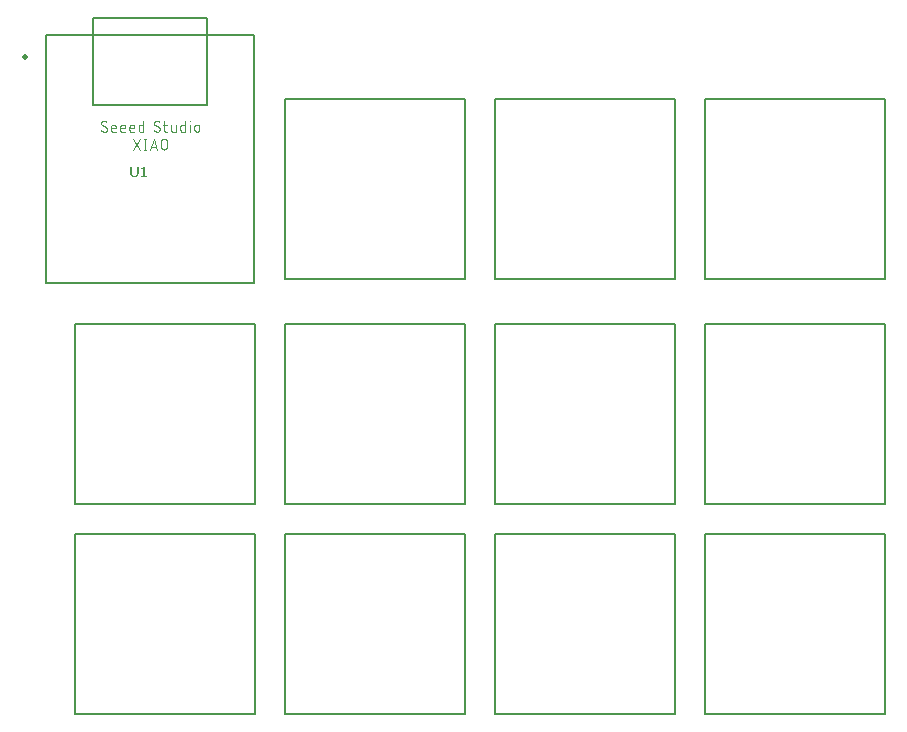
<source format=gbr>
G04 EAGLE Gerber RS-274X export*
G75*
%MOMM*%
%FSLAX34Y34*%
%LPD*%
%INSilkscreen Top*%
%IPPOS*%
%AMOC8*
5,1,8,0,0,1.08239X$1,22.5*%
G01*
G04 Define Apertures*
%ADD10C,0.127000*%
%ADD11C,0.508000*%
%ADD12C,0.076200*%
G36*
X101004Y657737D02*
X100743Y657743D01*
X100490Y657762D01*
X100010Y657834D01*
X99564Y657955D01*
X99152Y658124D01*
X98778Y658339D01*
X98449Y658598D01*
X98165Y658900D01*
X97925Y659246D01*
X97823Y659435D01*
X97734Y659632D01*
X97659Y659838D01*
X97598Y660053D01*
X97550Y660277D01*
X97516Y660509D01*
X97496Y660750D01*
X97489Y661001D01*
X97489Y666503D01*
X98661Y666503D01*
X98661Y661099D01*
X98670Y660812D01*
X98698Y660542D01*
X98745Y660291D01*
X98811Y660058D01*
X98896Y659842D01*
X98999Y659644D01*
X99121Y659464D01*
X99262Y659301D01*
X99421Y659158D01*
X99596Y659033D01*
X99788Y658928D01*
X99996Y658841D01*
X100222Y658774D01*
X100464Y658726D01*
X100722Y658698D01*
X100998Y658688D01*
X101281Y658698D01*
X101548Y658728D01*
X101799Y658777D01*
X102034Y658847D01*
X102252Y658936D01*
X102454Y659045D01*
X102641Y659174D01*
X102810Y659323D01*
X102962Y659491D01*
X103094Y659677D01*
X103205Y659881D01*
X103296Y660104D01*
X103367Y660345D01*
X103417Y660605D01*
X103447Y660882D01*
X103458Y661179D01*
X103458Y666503D01*
X104623Y666503D01*
X104623Y661111D01*
X104616Y660853D01*
X104595Y660605D01*
X104561Y660365D01*
X104512Y660134D01*
X104449Y659913D01*
X104373Y659700D01*
X104283Y659496D01*
X104178Y659301D01*
X103933Y658944D01*
X103642Y658631D01*
X103304Y658362D01*
X102921Y658139D01*
X102496Y657963D01*
X102270Y657894D01*
X102035Y657838D01*
X101791Y657794D01*
X101538Y657762D01*
X101275Y657744D01*
X101004Y657737D01*
G37*
G36*
X111956Y657860D02*
X106539Y657860D01*
X106539Y658799D01*
X108742Y658799D01*
X108742Y665448D01*
X106791Y664055D01*
X106791Y665098D01*
X108834Y666503D01*
X109852Y666503D01*
X109852Y658799D01*
X111956Y658799D01*
X111956Y657860D01*
G37*
D10*
X228600Y533400D02*
X381000Y533400D01*
X381000Y381000D01*
X228600Y381000D01*
X228600Y533400D01*
X406400Y723900D02*
X558800Y723900D01*
X558800Y571500D01*
X406400Y571500D01*
X406400Y723900D01*
X381000Y723900D02*
X228600Y723900D01*
X381000Y723900D02*
X381000Y571500D01*
X228600Y571500D01*
X228600Y723900D01*
X406400Y533400D02*
X558800Y533400D01*
X558800Y381000D01*
X406400Y381000D01*
X406400Y533400D01*
X203200Y533400D02*
X50800Y533400D01*
X203200Y533400D02*
X203200Y381000D01*
X50800Y381000D01*
X50800Y533400D01*
X584200Y355600D02*
X736600Y355600D01*
X736600Y203200D01*
X584200Y203200D01*
X584200Y355600D01*
X558800Y355600D02*
X406400Y355600D01*
X558800Y355600D02*
X558800Y203200D01*
X406400Y203200D01*
X406400Y355600D01*
X381000Y355600D02*
X228600Y355600D01*
X381000Y355600D02*
X381000Y203200D01*
X228600Y203200D01*
X228600Y355600D01*
X203200Y355600D02*
X50800Y355600D01*
X203200Y355600D02*
X203200Y203200D01*
X50800Y203200D01*
X50800Y355600D01*
X584200Y533400D02*
X736600Y533400D01*
X736600Y381000D01*
X584200Y381000D01*
X584200Y533400D01*
X584200Y723900D02*
X736600Y723900D01*
X736600Y571500D01*
X584200Y571500D01*
X584200Y723900D01*
X202300Y568100D02*
X26300Y568100D01*
X202300Y568100D02*
X202300Y778100D01*
X26300Y778100D01*
X26300Y568100D01*
X66300Y792300D02*
X162300Y792300D01*
X162300Y718780D01*
X66300Y718780D01*
X66300Y792300D01*
D11*
X8110Y759710D03*
D12*
X75770Y695981D02*
X75860Y695983D01*
X75949Y695989D01*
X76038Y695999D01*
X76126Y696012D01*
X76214Y696030D01*
X76301Y696051D01*
X76387Y696076D01*
X76472Y696105D01*
X76556Y696137D01*
X76638Y696173D01*
X76718Y696213D01*
X76797Y696256D01*
X76873Y696303D01*
X76948Y696352D01*
X77020Y696405D01*
X77090Y696461D01*
X77157Y696520D01*
X77222Y696582D01*
X77284Y696647D01*
X77343Y696714D01*
X77399Y696784D01*
X77452Y696856D01*
X77501Y696931D01*
X77548Y697008D01*
X77591Y697086D01*
X77631Y697166D01*
X77667Y697248D01*
X77699Y697332D01*
X77728Y697417D01*
X77753Y697503D01*
X77774Y697590D01*
X77792Y697678D01*
X77805Y697766D01*
X77815Y697855D01*
X77821Y697944D01*
X77823Y698034D01*
X75770Y695981D02*
X75643Y695983D01*
X75516Y695988D01*
X75390Y695998D01*
X75264Y696011D01*
X75138Y696027D01*
X75013Y696048D01*
X74888Y696072D01*
X74765Y696099D01*
X74642Y696130D01*
X74520Y696165D01*
X74399Y696203D01*
X74279Y696245D01*
X74161Y696291D01*
X74044Y696339D01*
X73928Y696392D01*
X73814Y696447D01*
X73702Y696506D01*
X73591Y696568D01*
X73482Y696633D01*
X73376Y696702D01*
X73271Y696773D01*
X73168Y696848D01*
X73068Y696926D01*
X72970Y697006D01*
X72874Y697089D01*
X72781Y697175D01*
X72690Y697264D01*
X72947Y703166D02*
X72949Y703256D01*
X72955Y703345D01*
X72965Y703434D01*
X72978Y703523D01*
X72996Y703610D01*
X73017Y703697D01*
X73042Y703783D01*
X73071Y703868D01*
X73103Y703952D01*
X73139Y704034D01*
X73179Y704114D01*
X73222Y704193D01*
X73269Y704269D01*
X73318Y704344D01*
X73371Y704416D01*
X73427Y704486D01*
X73486Y704553D01*
X73548Y704618D01*
X73613Y704680D01*
X73680Y704739D01*
X73750Y704795D01*
X73822Y704848D01*
X73897Y704897D01*
X73974Y704944D01*
X74052Y704987D01*
X74132Y705027D01*
X74214Y705063D01*
X74298Y705095D01*
X74383Y705124D01*
X74469Y705149D01*
X74556Y705170D01*
X74644Y705188D01*
X74732Y705201D01*
X74821Y705211D01*
X74910Y705217D01*
X75000Y705219D01*
X75124Y705217D01*
X75248Y705211D01*
X75371Y705201D01*
X75494Y705187D01*
X75617Y705169D01*
X75738Y705147D01*
X75860Y705122D01*
X75980Y705092D01*
X76099Y705059D01*
X76217Y705021D01*
X76334Y704980D01*
X76449Y704936D01*
X76563Y704887D01*
X76676Y704835D01*
X76786Y704779D01*
X76895Y704720D01*
X77002Y704657D01*
X77107Y704591D01*
X77209Y704522D01*
X77309Y704449D01*
X73973Y701370D02*
X73897Y701417D01*
X73822Y701468D01*
X73750Y701522D01*
X73680Y701579D01*
X73613Y701639D01*
X73548Y701702D01*
X73486Y701767D01*
X73427Y701835D01*
X73371Y701906D01*
X73318Y701979D01*
X73268Y702054D01*
X73222Y702132D01*
X73179Y702211D01*
X73139Y702292D01*
X73103Y702375D01*
X73071Y702459D01*
X73042Y702544D01*
X73017Y702631D01*
X72996Y702719D01*
X72978Y702807D01*
X72965Y702896D01*
X72955Y702986D01*
X72949Y703076D01*
X72947Y703166D01*
X76796Y699830D02*
X76873Y699783D01*
X76948Y699732D01*
X77020Y699678D01*
X77090Y699621D01*
X77157Y699561D01*
X77222Y699498D01*
X77284Y699433D01*
X77343Y699365D01*
X77399Y699294D01*
X77452Y699221D01*
X77502Y699146D01*
X77548Y699068D01*
X77591Y698989D01*
X77631Y698908D01*
X77667Y698825D01*
X77699Y698741D01*
X77728Y698656D01*
X77753Y698569D01*
X77774Y698482D01*
X77792Y698393D01*
X77805Y698304D01*
X77815Y698214D01*
X77821Y698124D01*
X77823Y698034D01*
X76796Y699830D02*
X73974Y701370D01*
X82843Y695981D02*
X85410Y695981D01*
X82843Y695981D02*
X82767Y695983D01*
X82692Y695988D01*
X82617Y695998D01*
X82543Y696011D01*
X82469Y696027D01*
X82396Y696047D01*
X82324Y696071D01*
X82254Y696098D01*
X82185Y696129D01*
X82117Y696163D01*
X82051Y696200D01*
X81987Y696241D01*
X81926Y696284D01*
X81866Y696331D01*
X81809Y696380D01*
X81754Y696432D01*
X81702Y696487D01*
X81653Y696544D01*
X81606Y696604D01*
X81563Y696665D01*
X81522Y696729D01*
X81485Y696795D01*
X81451Y696863D01*
X81420Y696932D01*
X81393Y697002D01*
X81369Y697074D01*
X81349Y697147D01*
X81333Y697221D01*
X81320Y697295D01*
X81310Y697370D01*
X81305Y697445D01*
X81303Y697521D01*
X81304Y697521D02*
X81304Y700087D01*
X81306Y700177D01*
X81312Y700266D01*
X81322Y700355D01*
X81335Y700443D01*
X81353Y700531D01*
X81374Y700618D01*
X81399Y700704D01*
X81428Y700789D01*
X81460Y700873D01*
X81496Y700955D01*
X81536Y701035D01*
X81579Y701114D01*
X81626Y701190D01*
X81675Y701265D01*
X81728Y701337D01*
X81784Y701407D01*
X81843Y701474D01*
X81905Y701539D01*
X81970Y701601D01*
X82037Y701660D01*
X82107Y701716D01*
X82179Y701769D01*
X82254Y701818D01*
X82331Y701865D01*
X82409Y701908D01*
X82489Y701948D01*
X82571Y701984D01*
X82655Y702016D01*
X82740Y702045D01*
X82826Y702070D01*
X82913Y702091D01*
X83001Y702109D01*
X83089Y702122D01*
X83178Y702132D01*
X83267Y702138D01*
X83357Y702140D01*
X83447Y702138D01*
X83536Y702132D01*
X83625Y702122D01*
X83713Y702109D01*
X83801Y702091D01*
X83888Y702070D01*
X83974Y702045D01*
X84059Y702016D01*
X84143Y701984D01*
X84225Y701948D01*
X84305Y701908D01*
X84384Y701865D01*
X84460Y701818D01*
X84535Y701769D01*
X84607Y701716D01*
X84677Y701660D01*
X84744Y701601D01*
X84809Y701539D01*
X84871Y701474D01*
X84930Y701407D01*
X84986Y701337D01*
X85039Y701265D01*
X85088Y701190D01*
X85135Y701114D01*
X85178Y701035D01*
X85218Y700955D01*
X85254Y700873D01*
X85286Y700789D01*
X85315Y700704D01*
X85340Y700618D01*
X85361Y700531D01*
X85379Y700443D01*
X85392Y700355D01*
X85402Y700266D01*
X85408Y700177D01*
X85410Y700087D01*
X85410Y699060D01*
X81304Y699060D01*
X90643Y695981D02*
X93210Y695981D01*
X90643Y695981D02*
X90567Y695983D01*
X90492Y695988D01*
X90417Y695998D01*
X90343Y696011D01*
X90269Y696027D01*
X90196Y696047D01*
X90124Y696071D01*
X90054Y696098D01*
X89985Y696129D01*
X89917Y696163D01*
X89851Y696200D01*
X89787Y696241D01*
X89726Y696284D01*
X89666Y696331D01*
X89609Y696380D01*
X89554Y696432D01*
X89502Y696487D01*
X89453Y696544D01*
X89406Y696604D01*
X89363Y696665D01*
X89322Y696729D01*
X89285Y696795D01*
X89251Y696863D01*
X89220Y696932D01*
X89193Y697002D01*
X89169Y697074D01*
X89149Y697147D01*
X89133Y697221D01*
X89120Y697295D01*
X89110Y697370D01*
X89105Y697445D01*
X89103Y697521D01*
X89104Y697521D02*
X89104Y700087D01*
X89106Y700177D01*
X89112Y700266D01*
X89122Y700355D01*
X89135Y700443D01*
X89153Y700531D01*
X89174Y700618D01*
X89199Y700704D01*
X89228Y700789D01*
X89260Y700873D01*
X89296Y700955D01*
X89336Y701035D01*
X89379Y701114D01*
X89426Y701190D01*
X89475Y701265D01*
X89528Y701337D01*
X89584Y701407D01*
X89643Y701474D01*
X89705Y701539D01*
X89770Y701601D01*
X89837Y701660D01*
X89907Y701716D01*
X89979Y701769D01*
X90054Y701818D01*
X90131Y701865D01*
X90209Y701908D01*
X90289Y701948D01*
X90371Y701984D01*
X90455Y702016D01*
X90540Y702045D01*
X90626Y702070D01*
X90713Y702091D01*
X90801Y702109D01*
X90889Y702122D01*
X90978Y702132D01*
X91067Y702138D01*
X91157Y702140D01*
X91247Y702138D01*
X91336Y702132D01*
X91425Y702122D01*
X91513Y702109D01*
X91601Y702091D01*
X91688Y702070D01*
X91774Y702045D01*
X91859Y702016D01*
X91943Y701984D01*
X92025Y701948D01*
X92105Y701908D01*
X92184Y701865D01*
X92260Y701818D01*
X92335Y701769D01*
X92407Y701716D01*
X92477Y701660D01*
X92544Y701601D01*
X92609Y701539D01*
X92671Y701474D01*
X92730Y701407D01*
X92786Y701337D01*
X92839Y701265D01*
X92888Y701190D01*
X92935Y701114D01*
X92978Y701035D01*
X93018Y700955D01*
X93054Y700873D01*
X93086Y700789D01*
X93115Y700704D01*
X93140Y700618D01*
X93161Y700531D01*
X93179Y700443D01*
X93192Y700355D01*
X93202Y700266D01*
X93208Y700177D01*
X93210Y700087D01*
X93210Y699060D01*
X89104Y699060D01*
X98443Y695981D02*
X101010Y695981D01*
X98443Y695981D02*
X98367Y695983D01*
X98292Y695988D01*
X98217Y695998D01*
X98143Y696011D01*
X98069Y696027D01*
X97996Y696047D01*
X97924Y696071D01*
X97854Y696098D01*
X97785Y696129D01*
X97717Y696163D01*
X97651Y696200D01*
X97587Y696241D01*
X97526Y696284D01*
X97466Y696331D01*
X97409Y696380D01*
X97354Y696432D01*
X97302Y696487D01*
X97253Y696544D01*
X97206Y696604D01*
X97163Y696665D01*
X97122Y696729D01*
X97085Y696795D01*
X97051Y696863D01*
X97020Y696932D01*
X96993Y697002D01*
X96969Y697074D01*
X96949Y697147D01*
X96933Y697221D01*
X96920Y697295D01*
X96910Y697370D01*
X96905Y697445D01*
X96903Y697521D01*
X96904Y697521D02*
X96904Y700087D01*
X96906Y700177D01*
X96912Y700266D01*
X96922Y700355D01*
X96935Y700443D01*
X96953Y700531D01*
X96974Y700618D01*
X96999Y700704D01*
X97028Y700789D01*
X97060Y700873D01*
X97096Y700955D01*
X97136Y701035D01*
X97179Y701114D01*
X97226Y701190D01*
X97275Y701265D01*
X97328Y701337D01*
X97384Y701407D01*
X97443Y701474D01*
X97505Y701539D01*
X97570Y701601D01*
X97637Y701660D01*
X97707Y701716D01*
X97779Y701769D01*
X97854Y701818D01*
X97931Y701865D01*
X98009Y701908D01*
X98089Y701948D01*
X98171Y701984D01*
X98255Y702016D01*
X98340Y702045D01*
X98426Y702070D01*
X98513Y702091D01*
X98601Y702109D01*
X98689Y702122D01*
X98778Y702132D01*
X98867Y702138D01*
X98957Y702140D01*
X99047Y702138D01*
X99136Y702132D01*
X99225Y702122D01*
X99313Y702109D01*
X99401Y702091D01*
X99488Y702070D01*
X99574Y702045D01*
X99659Y702016D01*
X99743Y701984D01*
X99825Y701948D01*
X99905Y701908D01*
X99984Y701865D01*
X100060Y701818D01*
X100135Y701769D01*
X100207Y701716D01*
X100277Y701660D01*
X100344Y701601D01*
X100409Y701539D01*
X100471Y701474D01*
X100530Y701407D01*
X100586Y701337D01*
X100639Y701265D01*
X100688Y701190D01*
X100735Y701114D01*
X100778Y701035D01*
X100818Y700955D01*
X100854Y700873D01*
X100886Y700789D01*
X100915Y700704D01*
X100940Y700618D01*
X100961Y700531D01*
X100979Y700443D01*
X100992Y700355D01*
X101002Y700266D01*
X101008Y700177D01*
X101010Y700087D01*
X101010Y699060D01*
X96904Y699060D01*
X108764Y695981D02*
X108764Y705219D01*
X108764Y695981D02*
X106198Y695981D01*
X106122Y695983D01*
X106047Y695988D01*
X105972Y695998D01*
X105898Y696011D01*
X105824Y696027D01*
X105751Y696047D01*
X105679Y696071D01*
X105609Y696098D01*
X105540Y696129D01*
X105472Y696163D01*
X105406Y696200D01*
X105342Y696241D01*
X105281Y696284D01*
X105221Y696331D01*
X105164Y696380D01*
X105109Y696432D01*
X105057Y696487D01*
X105008Y696544D01*
X104961Y696604D01*
X104918Y696665D01*
X104877Y696729D01*
X104840Y696795D01*
X104806Y696863D01*
X104775Y696932D01*
X104748Y697002D01*
X104724Y697074D01*
X104704Y697147D01*
X104688Y697221D01*
X104675Y697295D01*
X104665Y697370D01*
X104660Y697445D01*
X104658Y697521D01*
X104659Y697521D02*
X104659Y700600D01*
X104658Y700600D02*
X104660Y700676D01*
X104665Y700751D01*
X104675Y700826D01*
X104688Y700900D01*
X104704Y700974D01*
X104724Y701047D01*
X104748Y701119D01*
X104775Y701189D01*
X104806Y701258D01*
X104840Y701326D01*
X104877Y701392D01*
X104918Y701456D01*
X104961Y701517D01*
X105008Y701577D01*
X105057Y701634D01*
X105109Y701689D01*
X105164Y701741D01*
X105221Y701790D01*
X105281Y701837D01*
X105342Y701880D01*
X105406Y701921D01*
X105472Y701958D01*
X105540Y701992D01*
X105609Y702023D01*
X105679Y702050D01*
X105751Y702074D01*
X105824Y702094D01*
X105898Y702110D01*
X105972Y702123D01*
X106047Y702133D01*
X106122Y702138D01*
X106198Y702140D01*
X108764Y702140D01*
X120470Y695981D02*
X120560Y695983D01*
X120649Y695989D01*
X120738Y695999D01*
X120826Y696012D01*
X120914Y696030D01*
X121001Y696051D01*
X121087Y696076D01*
X121172Y696105D01*
X121256Y696137D01*
X121338Y696173D01*
X121418Y696213D01*
X121497Y696256D01*
X121573Y696303D01*
X121648Y696352D01*
X121720Y696405D01*
X121790Y696461D01*
X121857Y696520D01*
X121922Y696582D01*
X121984Y696647D01*
X122043Y696714D01*
X122099Y696784D01*
X122152Y696856D01*
X122201Y696931D01*
X122248Y697008D01*
X122291Y697086D01*
X122331Y697166D01*
X122367Y697248D01*
X122399Y697332D01*
X122428Y697417D01*
X122453Y697503D01*
X122474Y697590D01*
X122492Y697678D01*
X122505Y697766D01*
X122515Y697855D01*
X122521Y697944D01*
X122523Y698034D01*
X120470Y695981D02*
X120343Y695983D01*
X120216Y695988D01*
X120090Y695998D01*
X119964Y696011D01*
X119838Y696027D01*
X119713Y696048D01*
X119588Y696072D01*
X119465Y696099D01*
X119342Y696130D01*
X119220Y696165D01*
X119099Y696203D01*
X118979Y696245D01*
X118861Y696291D01*
X118744Y696339D01*
X118628Y696392D01*
X118514Y696447D01*
X118402Y696506D01*
X118291Y696568D01*
X118182Y696633D01*
X118076Y696702D01*
X117971Y696773D01*
X117868Y696848D01*
X117768Y696926D01*
X117670Y697006D01*
X117574Y697089D01*
X117481Y697175D01*
X117390Y697264D01*
X117647Y703166D02*
X117649Y703256D01*
X117655Y703345D01*
X117665Y703434D01*
X117678Y703523D01*
X117696Y703610D01*
X117717Y703697D01*
X117742Y703783D01*
X117771Y703868D01*
X117803Y703952D01*
X117839Y704034D01*
X117879Y704114D01*
X117922Y704193D01*
X117969Y704269D01*
X118018Y704344D01*
X118071Y704416D01*
X118127Y704486D01*
X118186Y704553D01*
X118248Y704618D01*
X118313Y704680D01*
X118380Y704739D01*
X118450Y704795D01*
X118522Y704848D01*
X118597Y704897D01*
X118674Y704944D01*
X118752Y704987D01*
X118832Y705027D01*
X118914Y705063D01*
X118998Y705095D01*
X119083Y705124D01*
X119169Y705149D01*
X119256Y705170D01*
X119344Y705188D01*
X119432Y705201D01*
X119521Y705211D01*
X119610Y705217D01*
X119700Y705219D01*
X119824Y705217D01*
X119948Y705211D01*
X120071Y705201D01*
X120194Y705187D01*
X120317Y705169D01*
X120438Y705147D01*
X120560Y705122D01*
X120680Y705092D01*
X120799Y705059D01*
X120917Y705021D01*
X121034Y704980D01*
X121149Y704936D01*
X121263Y704887D01*
X121376Y704835D01*
X121486Y704779D01*
X121595Y704720D01*
X121702Y704657D01*
X121807Y704591D01*
X121909Y704522D01*
X122009Y704449D01*
X118673Y701370D02*
X118597Y701417D01*
X118522Y701468D01*
X118450Y701522D01*
X118380Y701579D01*
X118313Y701639D01*
X118248Y701702D01*
X118186Y701767D01*
X118127Y701835D01*
X118071Y701906D01*
X118018Y701979D01*
X117968Y702054D01*
X117922Y702132D01*
X117879Y702211D01*
X117839Y702292D01*
X117803Y702375D01*
X117771Y702459D01*
X117742Y702544D01*
X117717Y702631D01*
X117696Y702719D01*
X117678Y702807D01*
X117665Y702896D01*
X117655Y702986D01*
X117649Y703076D01*
X117647Y703166D01*
X121496Y699830D02*
X121573Y699783D01*
X121648Y699732D01*
X121720Y699678D01*
X121790Y699621D01*
X121857Y699561D01*
X121922Y699498D01*
X121984Y699433D01*
X122043Y699365D01*
X122099Y699294D01*
X122152Y699221D01*
X122202Y699146D01*
X122248Y699068D01*
X122291Y698989D01*
X122331Y698908D01*
X122367Y698825D01*
X122399Y698741D01*
X122428Y698656D01*
X122453Y698569D01*
X122474Y698482D01*
X122492Y698393D01*
X122505Y698304D01*
X122515Y698214D01*
X122521Y698124D01*
X122523Y698034D01*
X121496Y699830D02*
X118674Y701370D01*
X125246Y702140D02*
X128325Y702140D01*
X126272Y705219D02*
X126272Y697521D01*
X126274Y697445D01*
X126279Y697370D01*
X126289Y697295D01*
X126302Y697221D01*
X126318Y697147D01*
X126338Y697074D01*
X126362Y697002D01*
X126389Y696932D01*
X126420Y696863D01*
X126454Y696795D01*
X126491Y696729D01*
X126532Y696665D01*
X126575Y696604D01*
X126622Y696544D01*
X126671Y696487D01*
X126723Y696432D01*
X126778Y696380D01*
X126835Y696331D01*
X126895Y696284D01*
X126956Y696241D01*
X127020Y696200D01*
X127086Y696163D01*
X127154Y696129D01*
X127223Y696098D01*
X127293Y696071D01*
X127365Y696047D01*
X127438Y696027D01*
X127512Y696011D01*
X127586Y695998D01*
X127661Y695988D01*
X127736Y695983D01*
X127812Y695981D01*
X128325Y695981D01*
X132004Y697521D02*
X132004Y702140D01*
X132003Y697521D02*
X132005Y697445D01*
X132010Y697370D01*
X132020Y697295D01*
X132033Y697221D01*
X132049Y697147D01*
X132069Y697074D01*
X132093Y697002D01*
X132120Y696932D01*
X132151Y696863D01*
X132185Y696795D01*
X132222Y696729D01*
X132263Y696665D01*
X132306Y696604D01*
X132353Y696544D01*
X132402Y696487D01*
X132454Y696432D01*
X132509Y696380D01*
X132566Y696331D01*
X132626Y696284D01*
X132687Y696241D01*
X132751Y696200D01*
X132817Y696163D01*
X132885Y696129D01*
X132954Y696098D01*
X133024Y696071D01*
X133096Y696047D01*
X133169Y696027D01*
X133243Y696011D01*
X133317Y695998D01*
X133392Y695988D01*
X133467Y695983D01*
X133543Y695981D01*
X136109Y695981D01*
X136109Y702140D01*
X144164Y705219D02*
X144164Y695981D01*
X141598Y695981D01*
X141522Y695983D01*
X141447Y695988D01*
X141372Y695998D01*
X141298Y696011D01*
X141224Y696027D01*
X141151Y696047D01*
X141079Y696071D01*
X141009Y696098D01*
X140940Y696129D01*
X140872Y696163D01*
X140806Y696200D01*
X140742Y696241D01*
X140681Y696284D01*
X140621Y696331D01*
X140564Y696380D01*
X140509Y696432D01*
X140457Y696487D01*
X140408Y696544D01*
X140361Y696604D01*
X140318Y696665D01*
X140277Y696729D01*
X140240Y696795D01*
X140206Y696863D01*
X140175Y696932D01*
X140148Y697002D01*
X140124Y697074D01*
X140104Y697147D01*
X140088Y697221D01*
X140075Y697295D01*
X140065Y697370D01*
X140060Y697445D01*
X140058Y697521D01*
X140058Y700600D01*
X140060Y700676D01*
X140065Y700751D01*
X140075Y700826D01*
X140088Y700900D01*
X140104Y700974D01*
X140124Y701047D01*
X140148Y701119D01*
X140175Y701189D01*
X140206Y701258D01*
X140240Y701326D01*
X140277Y701392D01*
X140318Y701456D01*
X140361Y701517D01*
X140408Y701577D01*
X140457Y701634D01*
X140509Y701689D01*
X140564Y701741D01*
X140621Y701790D01*
X140681Y701837D01*
X140742Y701880D01*
X140806Y701921D01*
X140872Y701958D01*
X140940Y701992D01*
X141009Y702023D01*
X141079Y702050D01*
X141151Y702074D01*
X141224Y702094D01*
X141298Y702110D01*
X141372Y702123D01*
X141447Y702133D01*
X141522Y702138D01*
X141598Y702140D01*
X144164Y702140D01*
X148157Y702140D02*
X148157Y695981D01*
X147900Y704706D02*
X147900Y705219D01*
X148413Y705219D01*
X148413Y704706D01*
X147900Y704706D01*
X151804Y700087D02*
X151804Y698034D01*
X151804Y700087D02*
X151806Y700177D01*
X151812Y700266D01*
X151822Y700355D01*
X151835Y700443D01*
X151853Y700531D01*
X151874Y700618D01*
X151899Y700704D01*
X151928Y700789D01*
X151960Y700873D01*
X151996Y700955D01*
X152036Y701035D01*
X152079Y701114D01*
X152126Y701190D01*
X152175Y701265D01*
X152228Y701337D01*
X152284Y701407D01*
X152343Y701474D01*
X152405Y701539D01*
X152470Y701601D01*
X152537Y701660D01*
X152607Y701716D01*
X152679Y701769D01*
X152754Y701818D01*
X152831Y701865D01*
X152909Y701908D01*
X152989Y701948D01*
X153071Y701984D01*
X153155Y702016D01*
X153240Y702045D01*
X153326Y702070D01*
X153413Y702091D01*
X153501Y702109D01*
X153589Y702122D01*
X153678Y702132D01*
X153767Y702138D01*
X153857Y702140D01*
X153947Y702138D01*
X154036Y702132D01*
X154125Y702122D01*
X154213Y702109D01*
X154301Y702091D01*
X154388Y702070D01*
X154474Y702045D01*
X154559Y702016D01*
X154643Y701984D01*
X154725Y701948D01*
X154805Y701908D01*
X154884Y701865D01*
X154960Y701818D01*
X155035Y701769D01*
X155107Y701716D01*
X155177Y701660D01*
X155244Y701601D01*
X155309Y701539D01*
X155371Y701474D01*
X155430Y701407D01*
X155486Y701337D01*
X155539Y701265D01*
X155588Y701190D01*
X155635Y701114D01*
X155678Y701035D01*
X155718Y700955D01*
X155754Y700873D01*
X155786Y700789D01*
X155815Y700704D01*
X155840Y700618D01*
X155861Y700531D01*
X155879Y700443D01*
X155892Y700355D01*
X155902Y700266D01*
X155908Y700177D01*
X155910Y700087D01*
X155909Y700087D02*
X155909Y698034D01*
X155910Y698034D02*
X155908Y697944D01*
X155902Y697855D01*
X155892Y697766D01*
X155879Y697678D01*
X155861Y697590D01*
X155840Y697503D01*
X155815Y697417D01*
X155786Y697332D01*
X155754Y697248D01*
X155718Y697166D01*
X155678Y697086D01*
X155635Y697008D01*
X155588Y696931D01*
X155539Y696856D01*
X155486Y696784D01*
X155430Y696714D01*
X155371Y696647D01*
X155309Y696582D01*
X155244Y696520D01*
X155177Y696461D01*
X155107Y696405D01*
X155035Y696352D01*
X154960Y696303D01*
X154884Y696256D01*
X154805Y696213D01*
X154725Y696173D01*
X154643Y696137D01*
X154559Y696105D01*
X154474Y696076D01*
X154388Y696051D01*
X154301Y696030D01*
X154213Y696012D01*
X154125Y695999D01*
X154036Y695989D01*
X153947Y695983D01*
X153857Y695981D01*
X153767Y695983D01*
X153678Y695989D01*
X153589Y695999D01*
X153501Y696012D01*
X153413Y696030D01*
X153326Y696051D01*
X153240Y696076D01*
X153155Y696105D01*
X153071Y696137D01*
X152989Y696173D01*
X152909Y696213D01*
X152831Y696256D01*
X152754Y696303D01*
X152679Y696352D01*
X152607Y696405D01*
X152537Y696461D01*
X152470Y696520D01*
X152405Y696582D01*
X152343Y696647D01*
X152284Y696714D01*
X152228Y696784D01*
X152175Y696856D01*
X152126Y696931D01*
X152079Y697008D01*
X152036Y697086D01*
X151996Y697166D01*
X151960Y697248D01*
X151928Y697332D01*
X151899Y697417D01*
X151874Y697503D01*
X151853Y697590D01*
X151835Y697678D01*
X151822Y697766D01*
X151812Y697855D01*
X151806Y697944D01*
X151804Y698034D01*
X105936Y690219D02*
X99777Y680981D01*
X105936Y680981D02*
X99777Y690219D01*
X110057Y690219D02*
X110057Y680981D01*
X111083Y680981D02*
X109030Y680981D01*
X109030Y690219D02*
X111083Y690219D01*
X117257Y690219D02*
X114177Y680981D01*
X120336Y680981D02*
X117257Y690219D01*
X119566Y683291D02*
X114947Y683291D01*
X123690Y683547D02*
X123690Y687653D01*
X123691Y687653D02*
X123693Y687752D01*
X123699Y687852D01*
X123708Y687951D01*
X123722Y688049D01*
X123739Y688147D01*
X123760Y688245D01*
X123785Y688341D01*
X123814Y688436D01*
X123846Y688531D01*
X123882Y688623D01*
X123921Y688715D01*
X123964Y688805D01*
X124010Y688893D01*
X124060Y688979D01*
X124113Y689063D01*
X124169Y689145D01*
X124229Y689225D01*
X124291Y689302D01*
X124357Y689377D01*
X124425Y689450D01*
X124496Y689519D01*
X124570Y689586D01*
X124646Y689650D01*
X124725Y689711D01*
X124806Y689769D01*
X124889Y689824D01*
X124974Y689875D01*
X125061Y689923D01*
X125150Y689968D01*
X125241Y690009D01*
X125333Y690047D01*
X125426Y690081D01*
X125521Y690111D01*
X125617Y690138D01*
X125714Y690161D01*
X125811Y690180D01*
X125910Y690195D01*
X126009Y690207D01*
X126108Y690215D01*
X126207Y690219D01*
X126307Y690219D01*
X126406Y690215D01*
X126505Y690207D01*
X126604Y690195D01*
X126703Y690180D01*
X126800Y690161D01*
X126897Y690138D01*
X126993Y690111D01*
X127088Y690081D01*
X127181Y690047D01*
X127273Y690009D01*
X127364Y689968D01*
X127453Y689923D01*
X127540Y689875D01*
X127625Y689824D01*
X127708Y689769D01*
X127789Y689711D01*
X127868Y689650D01*
X127944Y689586D01*
X128018Y689519D01*
X128089Y689450D01*
X128157Y689377D01*
X128223Y689302D01*
X128285Y689225D01*
X128345Y689145D01*
X128401Y689063D01*
X128454Y688979D01*
X128504Y688893D01*
X128550Y688805D01*
X128593Y688715D01*
X128632Y688623D01*
X128668Y688531D01*
X128700Y688436D01*
X128729Y688341D01*
X128754Y688245D01*
X128775Y688147D01*
X128792Y688049D01*
X128806Y687951D01*
X128815Y687852D01*
X128821Y687752D01*
X128823Y687653D01*
X128823Y683547D01*
X128821Y683448D01*
X128815Y683348D01*
X128806Y683249D01*
X128792Y683151D01*
X128775Y683053D01*
X128754Y682955D01*
X128729Y682859D01*
X128700Y682764D01*
X128668Y682669D01*
X128632Y682577D01*
X128593Y682485D01*
X128550Y682395D01*
X128504Y682307D01*
X128454Y682221D01*
X128401Y682137D01*
X128345Y682055D01*
X128285Y681975D01*
X128223Y681898D01*
X128157Y681823D01*
X128089Y681750D01*
X128018Y681681D01*
X127944Y681614D01*
X127868Y681550D01*
X127789Y681489D01*
X127708Y681431D01*
X127625Y681376D01*
X127540Y681325D01*
X127453Y681277D01*
X127364Y681232D01*
X127273Y681191D01*
X127181Y681153D01*
X127088Y681119D01*
X126993Y681089D01*
X126897Y681062D01*
X126800Y681039D01*
X126703Y681020D01*
X126604Y681005D01*
X126505Y680993D01*
X126406Y680985D01*
X126307Y680981D01*
X126207Y680981D01*
X126108Y680985D01*
X126009Y680993D01*
X125910Y681005D01*
X125811Y681020D01*
X125714Y681039D01*
X125617Y681062D01*
X125521Y681089D01*
X125426Y681119D01*
X125333Y681153D01*
X125241Y681191D01*
X125150Y681232D01*
X125061Y681277D01*
X124974Y681325D01*
X124889Y681376D01*
X124806Y681431D01*
X124725Y681489D01*
X124646Y681550D01*
X124570Y681614D01*
X124496Y681681D01*
X124425Y681750D01*
X124357Y681823D01*
X124291Y681898D01*
X124229Y681975D01*
X124169Y682055D01*
X124113Y682137D01*
X124060Y682221D01*
X124010Y682307D01*
X123964Y682395D01*
X123921Y682485D01*
X123882Y682577D01*
X123846Y682669D01*
X123814Y682764D01*
X123785Y682859D01*
X123760Y682955D01*
X123739Y683053D01*
X123722Y683151D01*
X123708Y683249D01*
X123699Y683348D01*
X123693Y683448D01*
X123691Y683547D01*
M02*

</source>
